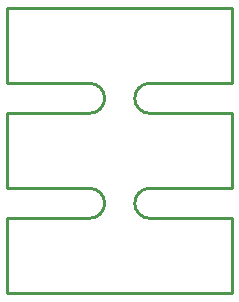
<source format=gbr>
G04 start of page 4 for group 2 idx 2 *
G04 Title: (unknown), outline *
G04 Creator: pcb 20140316 *
G04 CreationDate: Thu 29 Nov 2018 09:56:59 PM GMT UTC *
G04 For: railfan *
G04 Format: Gerber/RS-274X *
G04 PCB-Dimensions (mil): 900.00 970.00 *
G04 PCB-Coordinate-Origin: lower left *
%MOIN*%
%FSLAX25Y25*%
%LNOUTLINE*%
%ADD29C,0.0100*%
G54D29*X82500Y96000D02*Y71000D01*
Y61000D02*Y36000D01*
X7500Y96000D02*Y71000D01*
X82500Y96000D02*X7500D01*
Y26000D02*Y1000D01*
Y71000D02*X35000D01*
X7500Y61000D02*X35000D01*
X7500Y26000D02*X35000D01*
X82500D02*Y1000D01*
X7500D01*
X55000Y26000D02*X82500D01*
X7500Y61000D02*Y36000D01*
X35000D01*
X55000Y61000D02*X82500D01*
X55000Y71000D02*X82500D01*
X55000Y36000D02*X82500D01*
X50000Y31000D02*G75*G03X55000Y26000I5000J0D01*G01*
X50000Y31000D02*G75*G02X55000Y36000I5000J0D01*G01*
X40000Y31000D02*G75*G02X35000Y26000I-5000J0D01*G01*
X40000Y31000D02*G75*G03X35000Y36000I-5000J0D01*G01*
X50000Y66000D02*G75*G03X55000Y61000I5000J0D01*G01*
X50000Y66000D02*G75*G02X55000Y71000I5000J0D01*G01*
X40000Y66000D02*G75*G02X35000Y61000I-5000J0D01*G01*
X40000Y66000D02*G75*G03X35000Y71000I-5000J0D01*G01*
M02*

</source>
